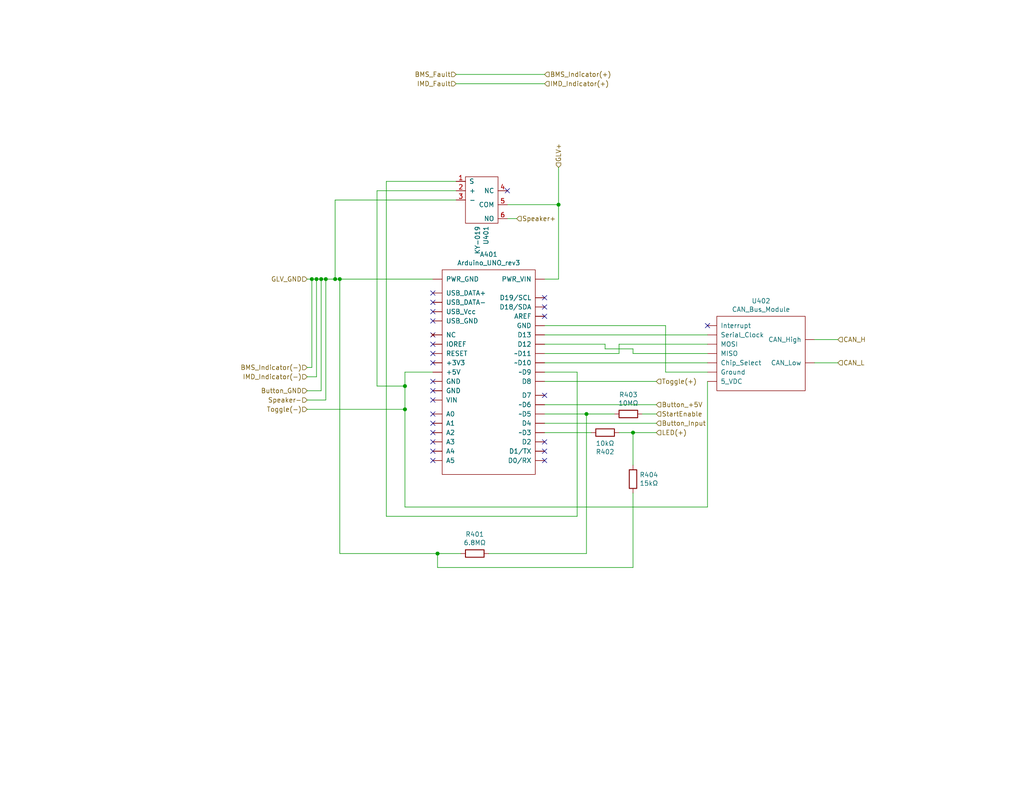
<source format=kicad_sch>
(kicad_sch (version 20211123) (generator eeschema)
  (paper "A")
  (title_block (title "Driver IO Dashboard") (date "2020-11-01") (rev "2") (company "Northeastern Electric Racing") (comment 1 "https://github.com/Northeastern-Electric-Racing/NER") (comment 2 "For authors and other info, contact Chief Electrical Engineer"))
  (lib_symbols
    (symbol "Device:R" (pin_numbers hide) (pin_names (offset 0))
      (property "Reference" "R" (at 2.032 0 90))
      (property "Value" "R" (at 0 0 90))
      (symbol "R_0_1"
        (rectangle (start -1.016 -2.54) (end 1.016 2.54) (stroke (width 0.254)))
      )
      (symbol "R_1_1"
        (pin passive line (at 0 3.81 270) (length 1.27) (name "~") (number "1"))
        (pin passive line (at 0 -3.81 90) (length 1.27) (name "~") (number "2"))
      )
    )
    (symbol "NER:Arduino_UNO_rev3" (pin_names (offset 1.016))
      (property "Reference" "A" (at 0 3.81 0))
      (property "Value" "Arduino_UNO_rev3" (at 0 1.27 0))
      (symbol "Arduino_UNO_rev3_0_1"
        (rectangle (start 12.7 -57.15) (end -12.7 -1.27))
      )
      (symbol "Arduino_UNO_rev3_1_1"
        (pin power_out line (at -15.24 -26.67 0) (length 2.54) (name "+3V3") (number "~"))
        (pin power_out line (at -15.24 -29.21 0) (length 2.54) (name "+5V") (number "~"))
        (pin input line (at -15.24 -40.64 0) (length 2.54) (name "A0") (number "~"))
        (pin input line (at -15.24 -43.18 0) (length 2.54) (name "A1") (number "~"))
        (pin input line (at -15.24 -45.72 0) (length 2.54) (name "A2") (number "~"))
        (pin input line (at -15.24 -48.26 0) (length 2.54) (name "A3") (number "~"))
        (pin input line (at -15.24 -50.8 0) (length 2.54) (name "A4") (number "~"))
        (pin input line (at -15.24 -53.34 0) (length 2.54) (name "A5") (number "~"))
        (pin passive line (at 15.24 -13.97 180) (length 2.54) (name "AREF") (number "~"))
        (pin bidirectional line (at 15.24 -53.34 180) (length 2.54) (name "D0/RX") (number "~"))
        (pin bidirectional line (at 15.24 -50.8 180) (length 2.54) (name "D1/TX") (number "~"))
        (pin bidirectional line (at 15.24 -21.59 180) (length 2.54) (name "D12") (number "~"))
        (pin bidirectional line (at 15.24 -19.05 180) (length 2.54) (name "D13") (number "~"))
        (pin bidirectional line (at 15.24 -11.43 180) (length 2.54) (name "D18/SDA") (number "~"))
        (pin bidirectional line (at 15.24 -8.89 180) (length 2.54) (name "D19/SCL") (number "~"))
        (pin bidirectional line (at 15.24 -48.26 180) (length 2.54) (name "D2") (number "~"))
        (pin bidirectional line (at 15.24 -43.18 180) (length 2.54) (name "D4") (number "~"))
        (pin bidirectional line (at 15.24 -35.56 180) (length 2.54) (name "D7") (number "~"))
        (pin bidirectional line (at 15.24 -31.75 180) (length 2.54) (name "D8") (number "~"))
        (pin passive line (at -15.24 -34.29 0) (length 2.54) (name "GND") (number "~"))
        (pin passive line (at -15.24 -31.75 0) (length 2.54) (name "GND") (number "~"))
        (pin passive line (at 15.24 -16.51 180) (length 2.54) (name "GND") (number "~"))
        (pin passive line (at -15.24 -21.59 0) (length 2.54) (name "IOREF") (number "~"))
        (pin no_connect line (at -15.24 -19.05 0) (length 2.54) (name "NC") (number "~"))
        (pin passive line (at -15.24 -3.81 0) (length 2.54) (name "PWR_GND") (number "~"))
        (pin power_in line (at 15.24 -3.81 180) (length 2.54) (name "PWR_VIN") (number "~"))
        (pin input line (at -15.24 -24.13 0) (length 2.54) (name "RESET") (number "~"))
        (pin bidirectional line (at -15.24 -7.62 0) (length 2.54) (name "USB_DATA+") (number "~"))
        (pin bidirectional line (at -15.24 -10.16 0) (length 2.54) (name "USB_DATA-") (number "~"))
        (pin passive line (at -15.24 -15.24 0) (length 2.54) (name "USB_GND") (number "~"))
        (pin power_in line (at -15.24 -12.7 0) (length 2.54) (name "USB_Vcc") (number "~"))
        (pin power_in line (at -15.24 -36.83 0) (length 2.54) (name "VIN") (number "~"))
        (pin bidirectional line (at 15.24 -26.67 180) (length 2.54) (name "~D10") (number "~"))
        (pin bidirectional line (at 15.24 -24.13 180) (length 2.54) (name "~D11") (number "~"))
        (pin bidirectional line (at 15.24 -45.72 180) (length 2.54) (name "~D3") (number "~"))
        (pin bidirectional line (at 15.24 -40.64 180) (length 2.54) (name "~D5") (number "~"))
        (pin bidirectional line (at 15.24 -38.1 180) (length 2.54) (name "~D6") (number "~"))
        (pin bidirectional line (at 15.24 -29.21 180) (length 2.54) (name "~D9") (number "~"))
      )
    )
    (symbol "NER:CAN_Bus_Module" (pin_names (offset 1.016))
      (property "Reference" "U" (at 0 1.27 0))
      (property "Value" "CAN_Bus_Module" (at 0 0 0))
      (symbol "CAN_Bus_Module_0_1"
        (rectangle (start -11.43 -1.27) (end 12.7 -21.59))
      )
      (symbol "CAN_Bus_Module_1_1"
        (pin input line (at -13.97 -19.05 0) (length 2.54) (name "5_VDC") (number "~"))
        (pin input line (at 15.24 -7.62 180) (length 2.54) (name "CAN_High") (number "~"))
        (pin input line (at 15.24 -13.97 180) (length 2.54) (name "CAN_Low") (number "~"))
        (pin input line (at -13.97 -13.97 0) (length 2.54) (name "Chip_Select") (number "~"))
        (pin input line (at -13.97 -16.51 0) (length 2.54) (name "Ground") (number "~"))
        (pin input line (at -13.97 -3.81 0) (length 2.54) (name "Interrupt") (number "~"))
        (pin input line (at -13.97 -11.43 0) (length 2.54) (name "MISO") (number "~"))
        (pin input line (at -13.97 -8.89 0) (length 2.54) (name "MOSI") (number "~"))
        (pin input line (at -13.97 -6.35 0) (length 2.54) (name "Serial_Clock") (number "~"))
      )
    )
    (symbol "NER:KY-019" (pin_names (offset 1.016))
      (property "Reference" "U" (at -6.35 5.08 0))
      (property "Value" "KY-019" (at 3.81 -6.35 0))
      (symbol "KY-019_0_1"
        (rectangle (start 6.35 3.81) (end -6.35 -5.08))
      )
      (symbol "KY-019_1_1"
        (pin bidirectional line (at -5.08 -7.62 90) (length 2.54) (name "S") (number "1"))
        (pin bidirectional line (at -2.54 -7.62 90) (length 2.54) (name "+") (number "2"))
        (pin bidirectional line (at 0 -7.62 90) (length 2.54) (name "-") (number "3"))
        (pin bidirectional line (at -2.54 6.35 270) (length 2.54) (name "NC") (number "4"))
        (pin bidirectional line (at 1.27 6.35 270) (length 2.54) (name "COM") (number "5"))
        (pin bidirectional line (at 5.08 6.35 270) (length 2.54) (name "NO") (number "6"))
      )
    )
  )
  (junction (at 160.02 113.03))
  (junction (at 91.44 76.2))
  (junction (at 119.38 151.13))
  (junction (at 152.4 55.88))
  (junction (at 110.49 105.41))
  (junction (at 172.72 118.11))
  (junction (at 92.71 76.2))
  (junction (at 87.63 76.2))
  (junction (at 86.36 76.2))
  (junction (at 110.49 111.76))
  (junction (at 85.09 76.2))
  (junction (at 88.9 76.2))
  (no_connect (at 148.59 83.82))
  (no_connect (at 118.11 99.06))
  (no_connect (at 118.11 82.55))
  (no_connect (at 148.59 123.19))
  (no_connect (at 118.11 123.19))
  (no_connect (at 118.11 106.68))
  (no_connect (at 138.43 52.07))
  (no_connect (at 118.11 87.63))
  (no_connect (at 118.11 96.52))
  (no_connect (at 118.11 120.65))
  (no_connect (at 118.11 85.09))
  (no_connect (at 118.11 93.98))
  (no_connect (at 118.11 80.01))
  (no_connect (at 118.11 113.03))
  (no_connect (at 148.59 107.95))
  (no_connect (at 118.11 91.44))
  (no_connect (at 118.11 104.14))
  (no_connect (at 118.11 118.11))
  (no_connect (at 148.59 86.36))
  (no_connect (at 148.59 125.73))
  (no_connect (at 118.11 115.57))
  (no_connect (at 118.11 109.22))
  (no_connect (at 193.04 88.9))
  (no_connect (at 118.11 125.73))
  (no_connect (at 148.59 81.28))
  (no_connect (at 148.59 120.65))
  (wire (pts (xy 83.82 106.68) (xy 87.63 106.68)))
  (wire (pts (xy 175.26 113.03) (xy 179.07 113.03)))
  (wire (pts (xy 83.82 109.22) (xy 88.9 109.22)))
  (wire (pts (xy 83.82 102.87) (xy 86.36 102.87)))
  (wire (pts (xy 152.4 76.2) (xy 148.59 76.2)))
  (wire (pts (xy 193.04 96.52) (xy 172.72 96.52)))
  (wire (pts (xy 119.38 154.94) (xy 119.38 151.13)))
  (wire (pts (xy 110.49 101.6) (xy 110.49 105.41)))
  (wire (pts (xy 160.02 113.03) (xy 167.64 113.03)))
  (wire (pts (xy 148.59 110.49) (xy 179.07 110.49)))
  (wire (pts (xy 105.41 140.97) (xy 157.48 140.97)))
  (wire (pts (xy 168.91 93.98) (xy 168.91 96.52)))
  (wire (pts (xy 181.61 88.9) (xy 181.61 101.6)))
  (wire (pts (xy 148.59 99.06) (xy 193.04 99.06)))
  (wire (pts (xy 110.49 101.6) (xy 118.11 101.6)))
  (wire (pts (xy 172.72 118.11) (xy 179.07 118.11)))
  (wire (pts (xy 148.59 88.9) (xy 181.61 88.9)))
  (wire (pts (xy 85.09 76.2) (xy 86.36 76.2)))
  (wire (pts (xy 124.46 22.86) (xy 148.59 22.86)))
  (wire (pts (xy 110.49 138.43) (xy 193.04 138.43)))
  (wire (pts (xy 193.04 104.14) (xy 193.04 138.43)))
  (wire (pts (xy 83.82 100.33) (xy 85.09 100.33)))
  (wire (pts (xy 105.41 49.53) (xy 105.41 140.97)))
  (wire (pts (xy 148.59 113.03) (xy 160.02 113.03)))
  (wire (pts (xy 160.02 151.13) (xy 133.35 151.13)))
  (wire (pts (xy 148.59 118.11) (xy 161.29 118.11)))
  (wire (pts (xy 172.72 118.11) (xy 172.72 127)))
  (wire (pts (xy 91.44 54.61) (xy 91.44 76.2)))
  (wire (pts (xy 148.59 115.57) (xy 179.07 115.57)))
  (wire (pts (xy 102.87 52.07) (xy 102.87 105.41)))
  (wire (pts (xy 83.82 111.76) (xy 110.49 111.76)))
  (wire (pts (xy 124.46 49.53) (xy 105.41 49.53)))
  (wire (pts (xy 160.02 113.03) (xy 160.02 151.13)))
  (wire (pts (xy 92.71 76.2) (xy 118.11 76.2)))
  (wire (pts (xy 172.72 95.25) (xy 172.72 96.52)))
  (wire (pts (xy 119.38 151.13) (xy 125.73 151.13)))
  (wire (pts (xy 157.48 101.6) (xy 148.59 101.6)))
  (wire (pts (xy 168.91 118.11) (xy 172.72 118.11)))
  (wire (pts (xy 152.4 55.88) (xy 152.4 76.2)))
  (wire (pts (xy 91.44 76.2) (xy 92.71 76.2)))
  (wire (pts (xy 88.9 76.2) (xy 91.44 76.2)))
  (wire (pts (xy 157.48 140.97) (xy 157.48 101.6)))
  (wire (pts (xy 165.1 93.98) (xy 148.59 93.98)))
  (wire (pts (xy 88.9 109.22) (xy 88.9 76.2)))
  (wire (pts (xy 172.72 134.62) (xy 172.72 154.94)))
  (wire (pts (xy 124.46 20.32) (xy 148.59 20.32)))
  (wire (pts (xy 148.59 104.14) (xy 179.07 104.14)))
  (wire (pts (xy 228.6 99.06) (xy 222.25 99.06)))
  (wire (pts (xy 193.04 93.98) (xy 168.91 93.98)))
  (wire (pts (xy 168.91 96.52) (xy 148.59 96.52)))
  (wire (pts (xy 102.87 105.41) (xy 110.49 105.41)))
  (wire (pts (xy 83.82 76.2) (xy 85.09 76.2)))
  (wire (pts (xy 110.49 105.41) (xy 110.49 111.76)))
  (wire (pts (xy 152.4 45.72) (xy 152.4 55.88)))
  (wire (pts (xy 165.1 95.25) (xy 165.1 93.98)))
  (wire (pts (xy 85.09 100.33) (xy 85.09 76.2)))
  (wire (pts (xy 86.36 76.2) (xy 87.63 76.2)))
  (wire (pts (xy 152.4 55.88) (xy 138.43 55.88)))
  (wire (pts (xy 181.61 101.6) (xy 193.04 101.6)))
  (wire (pts (xy 228.6 92.71) (xy 222.25 92.71)))
  (wire (pts (xy 87.63 76.2) (xy 88.9 76.2)))
  (wire (pts (xy 86.36 102.87) (xy 86.36 76.2)))
  (wire (pts (xy 92.71 151.13) (xy 119.38 151.13)))
  (wire (pts (xy 172.72 154.94) (xy 119.38 154.94)))
  (wire (pts (xy 165.1 95.25) (xy 172.72 95.25)))
  (wire (pts (xy 110.49 111.76) (xy 110.49 138.43)))
  (wire (pts (xy 92.71 151.13) (xy 92.71 76.2)))
  (wire (pts (xy 102.87 52.07) (xy 124.46 52.07)))
  (wire (pts (xy 91.44 54.61) (xy 124.46 54.61)))
  (wire (pts (xy 138.43 59.69) (xy 140.97 59.69)))
  (wire (pts (xy 193.04 91.44) (xy 148.59 91.44)))
  (wire (pts (xy 87.63 106.68) (xy 87.63 76.2)))
  (hierarchical_label "BMS_Fault" (shape input) (at 124.46 20.32 180))
  (hierarchical_label "Button_GND" (shape input) (at 83.82 106.68 180))
  (hierarchical_label "Button_+5V" (shape input) (at 179.07 110.49 0))
  (hierarchical_label "LED(+)" (shape input) (at 179.07 118.11 0))
  (hierarchical_label "Toggle(-)" (shape input) (at 83.82 111.76 180))
  (hierarchical_label "CAN_L" (shape input) (at 228.6 99.06 0))
  (hierarchical_label "BMS_Indicator(-)" (shape input) (at 83.82 100.33 180))
  (hierarchical_label "Speaker+" (shape input) (at 140.97 59.69 0))
  (hierarchical_label "CAN_H" (shape input) (at 228.6 92.71 0))
  (hierarchical_label "Speaker-" (shape input) (at 83.82 109.22 180))
  (hierarchical_label "Toggle(+)" (shape input) (at 179.07 104.14 0))
  (hierarchical_label "GLV+" (shape input) (at 152.4 45.72 90))
  (hierarchical_label "StartEnable" (shape input) (at 179.07 113.03 0))
  (hierarchical_label "GLV_GND" (shape input) (at 83.82 76.2 180))
  (hierarchical_label "IMD_Indicator(+)" (shape input) (at 148.59 22.86 0))
  (hierarchical_label "BMS_Indicator(+)" (shape input) (at 148.59 20.32 0))
  (hierarchical_label "IMD_Fault" (shape input) (at 124.46 22.86 180))
  (hierarchical_label "Button_Input" (shape input) (at 179.07 115.57 0))
  (hierarchical_label "IMD_Indicator(-)" (shape input) (at 83.82 102.87 180))
  (symbol (lib_id "NER:KY-019") (at 132.08 54.61 270) (unit 1)
    (property "Reference" "U401" (at 132.6134 61.6712 0) (effects (justify left)))
    (property "Value" "KY-019" (at 130.302 61.6712 0) (effects (justify left)))
  )
  (symbol (lib_id "NER:CAN_Bus_Module") (at 207.01 85.09 0) (unit 1)
    (property "Reference" "U402" (at 207.645 82.169 0))
    (property "Value" "CAN_Bus_Module" (at 207.645 84.4804 0))
  )
  (symbol (lib_id "NER:Arduino_UNO_rev3") (at 133.35 72.39 0) (unit 1)
    (property "Reference" "A401" (at 133.35 69.469 0))
    (property "Value" "Arduino_UNO_rev3" (at 133.35 71.7804 0))
  )
  (symbol (lib_id "Device:R") (at 171.45 113.03 270) (unit 1)
    (property "Reference" "R403" (at 171.45 107.7722 90))
    (property "Value" "10MΩ" (at 171.45 110.0836 90))
  )
  (symbol (lib_id "Device:R") (at 129.54 151.13 90) (unit 1)
    (property "Reference" "R401" (at 129.54 145.8722 90))
    (property "Value" "6.8MΩ" (at 129.54 148.1836 90))
  )
  (symbol (lib_id "Device:R") (at 165.1 118.11 90) (unit 1)
    (property "Reference" "R402" (at 165.1 123.3678 90))
    (property "Value" "10kΩ" (at 165.1 121.0564 90))
  )
  (symbol (lib_id "Device:R") (at 172.72 130.81 180) (unit 1)
    (property "Reference" "R404" (at 174.498 129.6416 0) (effects (justify right)))
    (property "Value" "15kΩ" (at 174.498 131.953 0) (effects (justify right)))
  )
)
</source>
